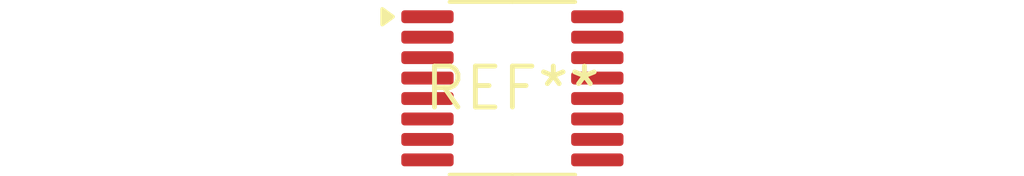
<source format=kicad_pcb>
(kicad_pcb (version 20240108) (generator pcbnew)
  (layers (0 "F.Cu" signal) (31 "B.Cu" signal) (34 "B.Paste" user) (35 "F.Paste" user) (36 "B.SilkS" user "B.Silkscreen") (37 "F.SilkS" user "F.Silkscreen") (38 "B.Mask" user) (39 "F.Mask" user) (44 "Edge.Cuts" user))
  (net 0 "")
  (footprint "QSOP-16_3.9x4.9mm_P0.635mm" (layer "F.Cu") (at 0 0)
    (property "Reference" "REF**")
    (property "Value" "QSOP-16_3.9x4.9mm_P0.635mm")
    (fp_line (start 0 -2.6825) (end -1.95 -2.6825) (layer "F.SilkS") (stroke (width 0.12)))
    (fp_line (start 0 -2.6825) (end 1.95 -2.6825) (layer "F.SilkS") (stroke (width 0.12)))
    (fp_line (start 0 2.6825) (end -1.95 2.6825) (layer "F.SilkS") (stroke (width 0.12)))
    (fp_line (start 0 2.6825) (end 1.95 2.6825) (layer "F.SilkS") (stroke (width 0.12)))
    (fp_poly (pts (xy -3.71 -2.2225) (xy -4.04 -2.4625) (xy -4.04 -1.9825) (xy -3.71 -2.2225)) (layer "F.SilkS") (stroke (width 0.12)) (fill solid))
    (pad "1" smd roundrect (at -2.6375 -2.2225) (size 1.625 0.4) (layers "F.Cu" "F.Paste" "F.Mask"))
    (pad "2" smd roundrect (at -2.6375 -1.5875) (size 1.625 0.4) (layers "F.Cu" "F.Paste" "F.Mask"))
    (pad "3" smd roundrect (at -2.6375 -0.9525) (size 1.625 0.4) (layers "F.Cu" "F.Paste" "F.Mask"))
    (pad "4" smd roundrect (at -2.6375 -0.3175) (size 1.625 0.4) (layers "F.Cu" "F.Paste" "F.Mask"))
    (pad "5" smd roundrect (at -2.6375 0.3175) (size 1.625 0.4) (layers "F.Cu" "F.Paste" "F.Mask"))
    (pad "6" smd roundrect (at -2.6375 0.9525) (size 1.625 0.4) (layers "F.Cu" "F.Paste" "F.Mask"))
    (pad "7" smd roundrect (at -2.6375 1.5875) (size 1.625 0.4) (layers "F.Cu" "F.Paste" "F.Mask"))
    (pad "8" smd roundrect (at -2.6375 2.2225) (size 1.625 0.4) (layers "F.Cu" "F.Paste" "F.Mask"))
    (pad "9" smd roundrect (at 2.6375 2.2225) (size 1.625 0.4) (layers "F.Cu" "F.Paste" "F.Mask"))
    (pad "10" smd roundrect (at 2.6375 1.5875) (size 1.625 0.4) (layers "F.Cu" "F.Paste" "F.Mask"))
    (pad "11" smd roundrect (at 2.6375 0.9525) (size 1.625 0.4) (layers "F.Cu" "F.Paste" "F.Mask"))
    (pad "12" smd roundrect (at 2.6375 0.3175) (size 1.625 0.4) (layers "F.Cu" "F.Paste" "F.Mask"))
    (pad "13" smd roundrect (at 2.6375 -0.3175) (size 1.625 0.4) (layers "F.Cu" "F.Paste" "F.Mask"))
    (pad "14" smd roundrect (at 2.6375 -0.9525) (size 1.625 0.4) (layers "F.Cu" "F.Paste" "F.Mask"))
    (pad "15" smd roundrect (at 2.6375 -1.5875) (size 1.625 0.4) (layers "F.Cu" "F.Paste" "F.Mask"))
    (pad "16" smd roundrect (at 2.6375 -2.2225) (size 1.625 0.4) (layers "F.Cu" "F.Paste" "F.Mask"))
  )
)
</source>
